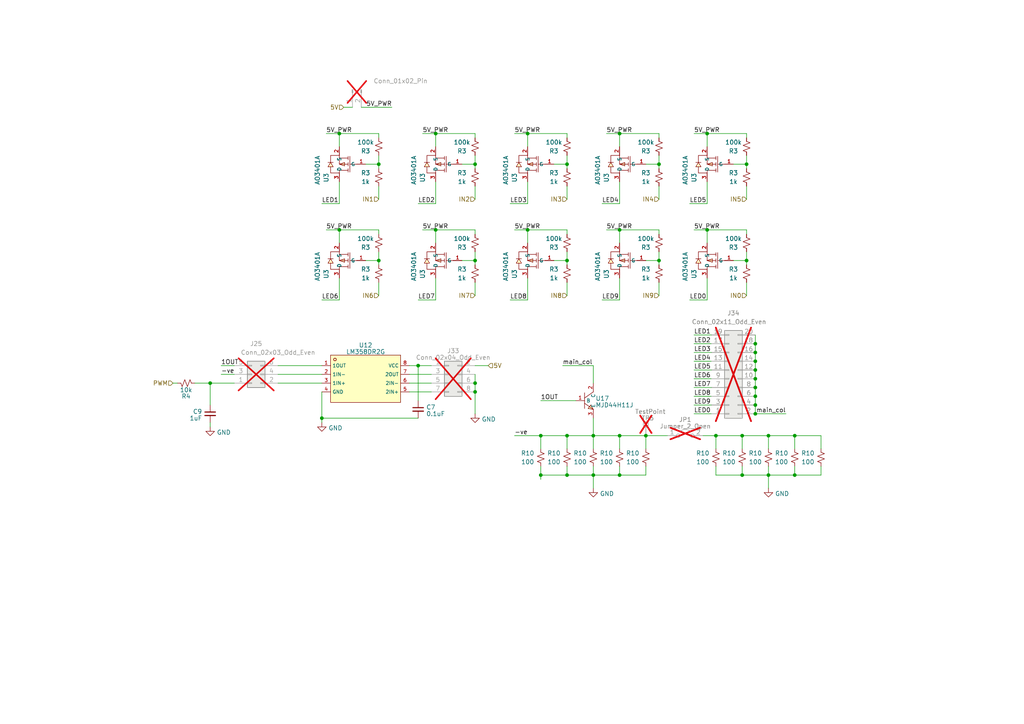
<source format=kicad_sch>
(kicad_sch (version 20230121) (generator eeschema)
  (paper "A4")
  (lib_symbols
    (symbol "Connector:Conn_01x02_Pin" (pin_names (offset 1.016) hide)
      (property "Reference" "J" (at 0 2.54 0))
      (property "Value" "Conn_01x02_Pin" (at 0 -5.08 0))
      (symbol "Conn_01x02_Pin_1_1"
        (polyline (pts (xy 1.27 -2.54) (xy 0.8636 -2.54)) (stroke (width 0.1524)))
        (polyline (pts (xy 1.27 0) (xy 0.8636 0)) (stroke (width 0.1524)))
        (rectangle (start 0.8636 -2.413) (end 0 -2.667) (stroke (width 0.1524)) (fill (type outline)))
        (rectangle (start 0.8636 0.127) (end 0 -0.127) (stroke (width 0.1524)) (fill (type outline)))
        (pin passive line (at 5.08 0 180) (length 3.81) (name "Pin_1") (number "1"))
        (pin passive line (at 5.08 -2.54 180) (length 3.81) (name "Pin_2") (number "2"))
      )
    )
    (symbol "Connector:TestPoint" (pin_numbers hide) (pin_names (offset 0.762) hide)
      (property "Reference" "TP" (at 0 6.858 0))
      (property "Value" "TestPoint" (at 0 5.08 0))
      (symbol "TestPoint_0_1"
        (circle (center 0 3.302) (radius 0.762))
      )
      (symbol "TestPoint_1_1"
        (pin passive line (at 0 0 90) (length 2.54) (name "1") (number "1"))
      )
    )
    (symbol "Connector_Generic:Conn_02x03_Odd_Even" (pin_names (offset 1.016) hide)
      (property "Reference" "J" (at 1.27 5.08 0))
      (property "Value" "Conn_02x03_Odd_Even" (at 1.27 -5.08 0))
      (symbol "Conn_02x03_Odd_Even_1_1"
        (rectangle (start -1.27 -2.413) (end 0 -2.667) (stroke (width 0.1524)))
        (rectangle (start -1.27 0.127) (end 0 -0.127) (stroke (width 0.1524)))
        (rectangle (start -1.27 2.667) (end 0 2.413) (stroke (width 0.1524)))
        (rectangle (start -1.27 3.81) (end 3.81 -3.81) (stroke (width 0.254)) (fill (type background)))
        (rectangle (start 3.81 -2.413) (end 2.54 -2.667) (stroke (width 0.1524)))
        (rectangle (start 3.81 0.127) (end 2.54 -0.127) (stroke (width 0.1524)))
        (rectangle (start 3.81 2.667) (end 2.54 2.413) (stroke (width 0.1524)))
        (pin passive line (at -5.08 2.54 0) (length 3.81) (name "Pin_1") (number "1"))
        (pin passive line (at 7.62 2.54 180) (length 3.81) (name "Pin_2") (number "2"))
        (pin passive line (at -5.08 0 0) (length 3.81) (name "Pin_3") (number "3"))
        (pin passive line (at 7.62 0 180) (length 3.81) (name "Pin_4") (number "4"))
        (pin passive line (at -5.08 -2.54 0) (length 3.81) (name "Pin_5") (number "5"))
        (pin passive line (at 7.62 -2.54 180) (length 3.81) (name "Pin_6") (number "6"))
      )
    )
    (symbol "Connector_Generic:Conn_02x04_Odd_Even" (pin_names (offset 1.016) hide)
      (property "Reference" "J" (at 1.27 5.08 0))
      (property "Value" "Conn_02x04_Odd_Even" (at 1.27 -7.62 0))
      (symbol "Conn_02x04_Odd_Even_1_1"
        (rectangle (start -1.27 -4.953) (end 0 -5.207) (stroke (width 0.1524)))
        (rectangle (start -1.27 -2.413) (end 0 -2.667) (stroke (width 0.1524)))
        (rectangle (start -1.27 0.127) (end 0 -0.127) (stroke (width 0.1524)))
        (rectangle (start -1.27 2.667) (end 0 2.413) (stroke (width 0.1524)))
        (rectangle (start -1.27 3.81) (end 3.81 -6.35) (stroke (width 0.254)) (fill (type background)))
        (rectangle (start 3.81 -4.953) (end 2.54 -5.207) (stroke (width 0.1524)))
        (rectangle (start 3.81 -2.413) (end 2.54 -2.667) (stroke (width 0.1524)))
        (rectangle (start 3.81 0.127) (end 2.54 -0.127) (stroke (width 0.1524)))
        (rectangle (start 3.81 2.667) (end 2.54 2.413) (stroke (width 0.1524)))
        (pin passive line (at -5.08 2.54 0) (length 3.81) (name "Pin_1") (number "1"))
        (pin passive line (at 7.62 2.54 180) (length 3.81) (name "Pin_2") (number "2"))
        (pin passive line (at -5.08 0 0) (length 3.81) (name "Pin_3") (number "3"))
        (pin passive line (at 7.62 0 180) (length 3.81) (name "Pin_4") (number "4"))
        (pin passive line (at -5.08 -2.54 0) (length 3.81) (name "Pin_5") (number "5"))
        (pin passive line (at 7.62 -2.54 180) (length 3.81) (name "Pin_6") (number "6"))
        (pin passive line (at -5.08 -5.08 0) (length 3.81) (name "Pin_7") (number "7"))
        (pin passive line (at 7.62 -5.08 180) (length 3.81) (name "Pin_8") (number "8"))
      )
    )
    (symbol "Connector_Generic:Conn_02x10_Odd_Even" (pin_names (offset 1.016) hide)
      (property "Reference" "J" (at 1.27 12.7 0))
      (property "Value" "Conn_02x10_Odd_Even" (at 1.27 -15.24 0))
      (symbol "Conn_02x10_Odd_Even_1_1"
        (rectangle (start -1.27 -12.573) (end 0 -12.827) (stroke (width 0.1524)))
        (rectangle (start -1.27 -10.033) (end 0 -10.287) (stroke (width 0.1524)))
        (rectangle (start -1.27 -7.493) (end 0 -7.747) (stroke (width 0.1524)))
        (rectangle (start -1.27 -4.953) (end 0 -5.207) (stroke (width 0.1524)))
        (rectangle (start -1.27 -2.413) (end 0 -2.667) (stroke (width 0.1524)))
        (rectangle (start -1.27 0.127) (end 0 -0.127) (stroke (width 0.1524)))
        (rectangle (start -1.27 2.667) (end 0 2.413) (stroke (width 0.1524)))
        (rectangle (start -1.27 5.207) (end 0 4.953) (stroke (width 0.1524)))
        (rectangle (start -1.27 7.747) (end 0 7.493) (stroke (width 0.1524)))
        (rectangle (start -1.27 10.287) (end 0 10.033) (stroke (width 0.1524)))
        (rectangle (start -1.27 11.43) (end 3.81 -13.97) (stroke (width 0.254)) (fill (type background)))
        (rectangle (start 3.81 -12.573) (end 2.54 -12.827) (stroke (width 0.1524)))
        (rectangle (start 3.81 -10.033) (end 2.54 -10.287) (stroke (width 0.1524)))
        (rectangle (start 3.81 -7.493) (end 2.54 -7.747) (stroke (width 0.1524)))
        (rectangle (start 3.81 -4.953) (end 2.54 -5.207) (stroke (width 0.1524)))
        (rectangle (start 3.81 -2.413) (end 2.54 -2.667) (stroke (width 0.1524)))
        (rectangle (start 3.81 0.127) (end 2.54 -0.127) (stroke (width 0.1524)))
        (rectangle (start 3.81 2.667) (end 2.54 2.413) (stroke (width 0.1524)))
        (rectangle (start 3.81 5.207) (end 2.54 4.953) (stroke (width 0.1524)))
        (rectangle (start 3.81 7.747) (end 2.54 7.493) (stroke (width 0.1524)))
        (rectangle (start 3.81 10.287) (end 2.54 10.033) (stroke (width 0.1524)))
        (pin passive line (at -5.08 10.16 0) (length 3.81) (name "Pin_1") (number "1"))
        (pin passive line (at 7.62 0 180) (length 3.81) (name "Pin_10") (number "10"))
        (pin passive line (at -5.08 -2.54 0) (length 3.81) (name "Pin_11") (number "11"))
        (pin passive line (at 7.62 -2.54 180) (length 3.81) (name "Pin_12") (number "12"))
        (pin passive line (at -5.08 -5.08 0) (length 3.81) (name "Pin_13") (number "13"))
        (pin passive line (at 7.62 -5.08 180) (length 3.81) (name "Pin_14") (number "14"))
        (pin passive line (at -5.08 -7.62 0) (length 3.81) (name "Pin_15") (number "15"))
        (pin passive line (at 7.62 -7.62 180) (length 3.81) (name "Pin_16") (number "16"))
        (pin passive line (at -5.08 -10.16 0) (length 3.81) (name "Pin_17") (number "17"))
        (pin passive line (at 7.62 -10.16 180) (length 3.81) (name "Pin_18") (number "18"))
        (pin passive line (at -5.08 -12.7 0) (length 3.81) (name "Pin_19") (number "19"))
        (pin passive line (at 7.62 10.16 180) (length 3.81) (name "Pin_2") (number "2"))
        (pin passive line (at 7.62 -12.7 180) (length 3.81) (name "Pin_20") (number "20"))
        (pin passive line (at -5.08 7.62 0) (length 3.81) (name "Pin_3") (number "3"))
        (pin passive line (at 7.62 7.62 180) (length 3.81) (name "Pin_4") (number "4"))
        (pin passive line (at -5.08 5.08 0) (length 3.81) (name "Pin_5") (number "5"))
        (pin passive line (at 7.62 5.08 180) (length 3.81) (name "Pin_6") (number "6"))
        (pin passive line (at -5.08 2.54 0) (length 3.81) (name "Pin_7") (number "7"))
        (pin passive line (at 7.62 2.54 180) (length 3.81) (name "Pin_8") (number "8"))
        (pin passive line (at -5.08 0 0) (length 3.81) (name "Pin_9") (number "9"))
      )
    )
    (symbol "Device:C_Small" (pin_numbers hide) (pin_names (offset 0.254) hide)
      (property "Reference" "C" (at 0.254 1.778 0))
      (property "Value" "C_Small" (at 0.254 -2.032 0))
      (symbol "C_Small_0_1"
        (polyline (pts (xy -1.524 -0.508) (xy 1.524 -0.508)) (stroke (width 0.3302)))
        (polyline (pts (xy -1.524 0.508) (xy 1.524 0.508)) (stroke (width 0.3048)))
      )
      (symbol "C_Small_1_1"
        (pin passive line (at 0 2.54 270) (length 2.032) (name "~") (number "1"))
        (pin passive line (at 0 -2.54 90) (length 2.032) (name "~") (number "2"))
      )
    )
    (symbol "Device:R_Small_US" (pin_numbers hide) (pin_names (offset 0.254) hide)
      (property "Reference" "R" (at 0.762 0.508 0))
      (property "Value" "R_Small_US" (at 0.762 -1.016 0))
      (symbol "R_Small_US_1_1"
        (polyline (pts (xy 0 0) (xy 1.016 -0.381) (xy 0 -0.762) (xy -1.016 -1.143) (xy 0 -1.524)))
        (polyline (pts (xy 0 1.524) (xy 1.016 1.143) (xy 0 0.762) (xy -1.016 0.381) (xy 0 0)))
        (pin passive line (at 0 2.54 270) (length 1.016) (name "~") (number "1"))
        (pin passive line (at 0 -2.54 90) (length 1.016) (name "~") (number "2"))
      )
    )
    (symbol "EEE4022S:AO3401A"
      (property "Reference" "U" (at 0 1.27 0))
      (property "Value" "AO3401A" (at 0 -2.54 0))
      (symbol "AO3401A_0_1"
        (polyline (pts (xy -2.54 0) (xy -0.508 0)))
        (polyline (pts (xy -0.508 2.286) (xy -0.508 -2.286)))
        (polyline (pts (xy 0 -2.286) (xy 0 -1.27)))
        (polyline (pts (xy 0 -0.508) (xy 0 0.508)))
        (polyline (pts (xy 0 1.27) (xy 0 2.286)))
        (polyline (pts (xy 2.54 -1.778) (xy 0 -1.778)))
        (polyline (pts (xy 2.54 1.778) (xy 0 1.778)))
        (polyline (pts (xy 0 0) (xy 2.54 0) (xy 2.54 -2.54)))
        (polyline (pts (xy 2.54 -2.54) (xy 5.08 -2.54) (xy 5.08 -0.508)))
        (polyline (pts (xy 2.54 0) (xy 1.016 0.508) (xy 1.016 -0.508) (xy 2.54 0)) (fill (type background)))
        (polyline (pts (xy 2.54 1.778) (xy 2.54 2.54) (xy 5.08 2.54) (xy 5.08 0.762)))
        (polyline (pts (xy 5.08 -0.508) (xy 5.842 0.762) (xy 4.318 0.762) (xy 5.08 -0.508)) (fill (type background)))
        (polyline (pts (xy 5.842 -0.508) (xy 5.588 -0.508) (xy 4.572 -0.508) (xy 4.318 -0.508)))
        (pin unspecified line (at -5.08 0 0) (length 2.54) (name "G") (number "1"))
        (pin unspecified line (at 2.54 -5.08 90) (length 2.54) (name "S") (number "2"))
        (pin unspecified line (at 2.54 5.08 270) (length 2.54) (name "D") (number "3"))
      )
    )
    (symbol "EEE4022S:LM358DR2G"
      (property "Reference" "U" (at 0 1.27 0))
      (property "Value" "LM358DR2G" (at 0 -2.54 0))
      (symbol "LM358DR2G_0_1"
        (rectangle (start -10.16 6.858) (end 10.16 -6.858) (fill (type background)))
        (circle (center -8.89 5.588) (radius 0.381) (fill (type background)))
        (circle (center -8.89 5.588) (radius 0.381) (fill (type background)))
        (pin unspecified line (at -12.7 3.81 0) (length 2.54) (name "1OUT") (number "1"))
        (pin unspecified line (at -12.7 1.27 0) (length 2.54) (name "1IN-") (number "2"))
        (pin unspecified line (at -12.7 -1.27 0) (length 2.54) (name "1IN+") (number "3"))
        (pin unspecified line (at -12.7 -3.81 0) (length 2.54) (name "GND") (number "4"))
        (pin unspecified line (at 12.7 -3.81 180) (length 2.54) (name "2IN+") (number "5"))
        (pin unspecified line (at 12.7 -1.27 180) (length 2.54) (name "2IN-") (number "6"))
        (pin unspecified line (at 12.7 1.27 180) (length 2.54) (name "2OUT") (number "7"))
        (pin unspecified line (at 12.7 3.81 180) (length 2.54) (name "VCC") (number "8"))
      )
    )
    (symbol "EEE4022S:MJD44H11J"
      (property "Reference" "U" (at 0 1.27 0))
      (property "Value" "MJD44H11J" (at 0 -2.54 0))
      (symbol "MJD44H11J_0_1"
        (polyline (pts (xy 0 -0.762) (xy 2.54 -2.54)))
        (polyline (pts (xy 0 2.286) (xy 0 -2.286)))
        (polyline (pts (xy 2.54 2.54) (xy 0 0.762)))
        (polyline (pts (xy 2.54 -2.54) (xy 1.778 -1.27) (xy 1.016 -2.286) (xy 2.54 -2.54)) (fill (type background)))
        (pin unspecified line (at -2.54 0 0) (length 2.54) (name "B") (number "1"))
        (pin unspecified line (at 2.54 5.08 270) (length 2.54) (name "C") (number "2"))
        (pin unspecified line (at 2.54 -5.08 90) (length 2.54) (name "E") (number "3"))
      )
    )
    (symbol "Jumper:Jumper_2_Open" (pin_names (offset 0) hide)
      (property "Reference" "JP" (at 0 2.794 0))
      (property "Value" "Jumper_2_Open" (at 0 -2.286 0))
      (symbol "Jumper_2_Open_0_0"
        (circle (center -2.032 0) (radius 0.508))
        (circle (center 2.032 0) (radius 0.508))
      )
      (symbol "Jumper_2_Open_0_1"
        (arc (start 1.524 1.27) (mid 0 1.778) (end -1.524 1.27))
      )
      (symbol "Jumper_2_Open_1_1"
        (pin passive line (at -5.08 0 0) (length 2.54) (name "A") (number "1"))
        (pin passive line (at 5.08 0 180) (length 2.54) (name "B") (number "2"))
      )
    )
    (symbol "power:GND" (power) (pin_names (offset 0))
      (property "Value" "GND" (at 0 -3.81 0))
      (symbol "GND_0_1"
        (polyline (pts (xy 0 0) (xy 0 -1.27) (xy 1.27 -1.27) (xy 0 -2.54) (xy -1.27 -1.27) (xy 0 -1.27)))
      )
      (symbol "GND_1_1"
        (pin power_in line (at 0 0 270) (length 0) hide (name "GND") (number "1"))
      )
    )
  )
  (junction (at 109.855 47.625))
  (junction (at 219.075 99.695))
  (junction (at 126.365 38.735))
  (junction (at 216.535 47.625))
  (junction (at 187.325 126.365))
  (junction (at 172.085 126.365))
  (junction (at 230.505 126.365))
  (junction (at 222.885 137.795))
  (junction (at 216.535 75.565))
  (junction (at 93.345 121.285))
  (junction (at 156.845 137.795))
  (junction (at 205.105 66.675))
  (junction (at 219.075 104.775))
  (junction (at 179.705 38.735))
  (junction (at 219.075 107.315))
  (junction (at 98.425 66.675))
  (junction (at 219.075 120.015))
  (junction (at 153.035 66.675))
  (junction (at 219.075 117.475))
  (junction (at 121.285 106.045))
  (junction (at 137.795 47.625))
  (junction (at 164.465 126.365))
  (junction (at 109.855 75.565))
  (junction (at 219.075 112.395))
  (junction (at 153.035 38.735))
  (junction (at 219.075 114.935))
  (junction (at 126.365 66.675))
  (junction (at 191.135 75.565))
  (junction (at 164.465 47.625))
  (junction (at 215.265 137.795))
  (junction (at 215.265 126.365))
  (junction (at 219.075 109.855))
  (junction (at 98.425 38.735))
  (junction (at 219.075 102.235))
  (junction (at 156.845 126.365))
  (junction (at 222.885 126.365))
  (junction (at 191.135 47.625))
  (junction (at 164.465 75.565))
  (junction (at 60.96 111.125))
  (junction (at 205.105 38.735))
  (junction (at 137.795 75.565))
  (junction (at 230.505 137.795))
  (junction (at 137.795 113.665))
  (junction (at 207.645 126.365))
  (junction (at 164.465 137.795))
  (junction (at 137.795 111.125))
  (junction (at 179.705 66.675))
  (junction (at 179.705 137.795))
  (junction (at 172.085 137.795))
  (junction (at 179.705 126.365))
  (wire (pts (xy 98.425 38.735) (xy 109.855 38.735)))
  (wire (pts (xy 126.365 66.675) (xy 126.365 70.485)))
  (wire (pts (xy 164.465 137.795) (xy 172.085 137.795)))
  (wire (pts (xy 191.135 81.915) (xy 191.135 85.725)))
  (wire (pts (xy 230.505 137.795) (xy 238.125 137.795)))
  (wire (pts (xy 93.345 113.665) (xy 93.345 121.285)))
  (wire (pts (xy 216.535 73.025) (xy 216.535 75.565)))
  (wire (pts (xy 93.345 59.055) (xy 98.425 59.055)))
  (wire (pts (xy 137.795 113.665) (xy 137.795 120.015)))
  (wire (pts (xy 187.325 126.365) (xy 193.675 126.365)))
  (wire (pts (xy 156.845 116.205) (xy 167.005 116.205)))
  (wire (pts (xy 147.955 59.055) (xy 153.035 59.055)))
  (wire (pts (xy 109.855 66.675) (xy 109.855 67.945)))
  (wire (pts (xy 205.105 66.675) (xy 216.535 66.675)))
  (wire (pts (xy 222.885 137.795) (xy 222.885 141.605)))
  (wire (pts (xy 216.535 53.975) (xy 216.535 57.785)))
  (wire (pts (xy 179.705 126.365) (xy 179.705 130.175)))
  (wire (pts (xy 153.035 38.735) (xy 153.035 42.545)))
  (wire (pts (xy 174.625 86.995) (xy 179.705 86.995)))
  (wire (pts (xy 109.855 48.895) (xy 109.855 47.625)))
  (wire (pts (xy 172.085 126.365) (xy 179.705 126.365)))
  (wire (pts (xy 137.795 111.125) (xy 137.795 113.665)))
  (wire (pts (xy 164.465 66.675) (xy 164.465 67.945)))
  (wire (pts (xy 99.695 31.115) (xy 102.235 31.115)))
  (wire (pts (xy 238.125 126.365) (xy 238.125 130.175)))
  (wire (pts (xy 121.285 106.045) (xy 118.745 106.045)))
  (wire (pts (xy 179.705 66.675) (xy 191.135 66.675)))
  (wire (pts (xy 201.295 102.235) (xy 206.375 102.235)))
  (wire (pts (xy 187.325 137.795) (xy 187.325 135.255)))
  (wire (pts (xy 164.465 48.895) (xy 164.465 47.625)))
  (wire (pts (xy 222.885 126.365) (xy 230.505 126.365)))
  (wire (pts (xy 106.045 75.565) (xy 109.855 75.565)))
  (wire (pts (xy 215.265 126.365) (xy 215.265 130.175)))
  (wire (pts (xy 156.845 137.795) (xy 164.465 137.795)))
  (wire (pts (xy 187.325 47.625) (xy 191.135 47.625)))
  (wire (pts (xy 164.465 73.025) (xy 164.465 75.565)))
  (wire (pts (xy 156.845 126.365) (xy 164.465 126.365)))
  (wire (pts (xy 201.295 107.315) (xy 206.375 107.315)))
  (wire (pts (xy 149.225 126.365) (xy 156.845 126.365)))
  (wire (pts (xy 93.345 122.555) (xy 93.345 121.285)))
  (wire (pts (xy 137.795 48.895) (xy 137.795 47.625)))
  (wire (pts (xy 179.705 126.365) (xy 187.325 126.365)))
  (wire (pts (xy 222.885 135.255) (xy 222.885 137.795)))
  (wire (pts (xy 126.365 59.055) (xy 126.365 52.705)))
  (wire (pts (xy 80.645 106.045) (xy 93.345 106.045)))
  (wire (pts (xy 98.425 66.675) (xy 109.855 66.675)))
  (wire (pts (xy 106.045 47.625) (xy 109.855 47.625)))
  (wire (pts (xy 201.295 66.675) (xy 205.105 66.675)))
  (wire (pts (xy 205.105 38.735) (xy 216.535 38.735)))
  (wire (pts (xy 191.135 73.025) (xy 191.135 75.565)))
  (wire (pts (xy 147.955 86.995) (xy 153.035 86.995)))
  (wire (pts (xy 175.895 38.735) (xy 179.705 38.735)))
  (wire (pts (xy 109.855 81.915) (xy 109.855 85.725)))
  (wire (pts (xy 205.105 66.675) (xy 205.105 70.485)))
  (wire (pts (xy 219.075 99.695) (xy 219.075 102.235)))
  (wire (pts (xy 64.135 108.585) (xy 67.945 108.585)))
  (wire (pts (xy 179.705 38.735) (xy 179.705 42.545)))
  (wire (pts (xy 118.745 113.665) (xy 125.095 113.665)))
  (wire (pts (xy 164.465 76.835) (xy 164.465 75.565)))
  (wire (pts (xy 122.555 38.735) (xy 126.365 38.735)))
  (wire (pts (xy 219.075 114.935) (xy 219.075 117.475)))
  (wire (pts (xy 80.645 108.585) (xy 93.345 108.585)))
  (wire (pts (xy 51.435 111.125) (xy 50.165 111.125)))
  (wire (pts (xy 118.745 111.125) (xy 125.095 111.125)))
  (wire (pts (xy 164.465 38.735) (xy 164.465 40.005)))
  (wire (pts (xy 200.025 59.055) (xy 205.105 59.055)))
  (wire (pts (xy 118.745 108.585) (xy 125.095 108.585)))
  (wire (pts (xy 133.985 47.625) (xy 137.795 47.625)))
  (wire (pts (xy 153.035 38.735) (xy 164.465 38.735)))
  (wire (pts (xy 216.535 38.735) (xy 216.535 40.005)))
  (wire (pts (xy 215.265 135.255) (xy 215.265 137.795)))
  (wire (pts (xy 60.96 111.125) (xy 67.945 111.125)))
  (wire (pts (xy 191.135 66.675) (xy 191.135 67.945)))
  (wire (pts (xy 216.535 66.675) (xy 216.535 67.945)))
  (wire (pts (xy 205.105 59.055) (xy 205.105 52.705)))
  (wire (pts (xy 137.795 38.735) (xy 137.795 40.005)))
  (wire (pts (xy 207.645 130.175) (xy 207.645 126.365)))
  (wire (pts (xy 205.105 38.735) (xy 205.105 42.545)))
  (wire (pts (xy 187.325 126.365) (xy 187.325 130.175)))
  (wire (pts (xy 156.845 135.255) (xy 156.845 137.795)))
  (wire (pts (xy 94.615 38.735) (xy 98.425 38.735)))
  (wire (pts (xy 219.075 109.855) (xy 219.075 112.395)))
  (wire (pts (xy 156.845 137.795) (xy 156.845 139.065)))
  (wire (pts (xy 219.075 97.155) (xy 219.075 99.695)))
  (wire (pts (xy 179.705 66.675) (xy 179.705 70.485)))
  (wire (pts (xy 222.885 137.795) (xy 230.505 137.795)))
  (wire (pts (xy 60.96 111.125) (xy 60.96 117.475)))
  (wire (pts (xy 160.655 47.625) (xy 164.465 47.625)))
  (wire (pts (xy 126.365 38.735) (xy 137.795 38.735)))
  (wire (pts (xy 164.465 126.365) (xy 164.465 130.175)))
  (wire (pts (xy 121.285 121.285) (xy 93.345 121.285)))
  (wire (pts (xy 216.535 48.895) (xy 216.535 47.625)))
  (wire (pts (xy 172.085 126.365) (xy 172.085 121.285)))
  (wire (pts (xy 219.075 104.775) (xy 219.075 107.315)))
  (wire (pts (xy 216.535 81.915) (xy 216.535 85.725)))
  (wire (pts (xy 125.095 106.045) (xy 121.285 106.045)))
  (wire (pts (xy 164.465 45.085) (xy 164.465 47.625)))
  (wire (pts (xy 64.135 106.045) (xy 67.945 106.045)))
  (wire (pts (xy 191.135 45.085) (xy 191.135 47.625)))
  (wire (pts (xy 215.265 137.795) (xy 222.885 137.795)))
  (wire (pts (xy 201.295 120.015) (xy 206.375 120.015)))
  (wire (pts (xy 201.295 112.395) (xy 206.375 112.395)))
  (wire (pts (xy 172.085 135.255) (xy 172.085 137.795)))
  (wire (pts (xy 201.295 117.475) (xy 206.375 117.475)))
  (wire (pts (xy 109.855 38.735) (xy 109.855 40.005)))
  (wire (pts (xy 126.365 66.675) (xy 137.795 66.675)))
  (wire (pts (xy 172.085 137.795) (xy 172.085 141.605)))
  (wire (pts (xy 201.295 109.855) (xy 206.375 109.855)))
  (wire (pts (xy 179.705 135.255) (xy 179.705 137.795)))
  (wire (pts (xy 98.425 86.995) (xy 98.425 80.645)))
  (wire (pts (xy 133.985 75.565) (xy 137.795 75.565)))
  (wire (pts (xy 207.645 137.795) (xy 215.265 137.795)))
  (wire (pts (xy 126.365 86.995) (xy 126.365 80.645)))
  (wire (pts (xy 98.425 38.735) (xy 98.425 42.545)))
  (wire (pts (xy 109.855 73.025) (xy 109.855 75.565)))
  (wire (pts (xy 149.225 66.675) (xy 153.035 66.675)))
  (wire (pts (xy 137.795 53.975) (xy 137.795 57.785)))
  (wire (pts (xy 137.795 81.915) (xy 137.795 85.725)))
  (wire (pts (xy 121.285 106.045) (xy 121.285 116.205)))
  (wire (pts (xy 137.795 76.835) (xy 137.795 75.565)))
  (wire (pts (xy 141.605 106.045) (xy 137.795 106.045)))
  (wire (pts (xy 230.505 126.365) (xy 238.125 126.365)))
  (wire (pts (xy 98.425 59.055) (xy 98.425 52.705)))
  (wire (pts (xy 153.035 59.055) (xy 153.035 52.705)))
  (wire (pts (xy 191.135 76.835) (xy 191.135 75.565)))
  (wire (pts (xy 109.855 53.975) (xy 109.855 57.785)))
  (wire (pts (xy 137.795 73.025) (xy 137.795 75.565)))
  (wire (pts (xy 109.855 76.835) (xy 109.855 75.565)))
  (wire (pts (xy 175.895 66.675) (xy 179.705 66.675)))
  (wire (pts (xy 153.035 66.675) (xy 164.465 66.675)))
  (wire (pts (xy 156.845 130.175) (xy 156.845 126.365)))
  (wire (pts (xy 104.775 31.115) (xy 113.665 31.115)))
  (wire (pts (xy 227.965 120.015) (xy 219.075 120.015)))
  (wire (pts (xy 201.295 97.155) (xy 206.375 97.155)))
  (wire (pts (xy 201.295 99.695) (xy 206.375 99.695)))
  (wire (pts (xy 122.555 66.675) (xy 126.365 66.675)))
  (wire (pts (xy 216.535 76.835) (xy 216.535 75.565)))
  (wire (pts (xy 219.075 102.235) (xy 219.075 104.775)))
  (wire (pts (xy 191.135 48.895) (xy 191.135 47.625)))
  (wire (pts (xy 179.705 137.795) (xy 187.325 137.795)))
  (wire (pts (xy 215.265 126.365) (xy 222.885 126.365)))
  (wire (pts (xy 207.645 126.365) (xy 215.265 126.365)))
  (wire (pts (xy 174.625 59.055) (xy 179.705 59.055)))
  (wire (pts (xy 222.885 126.365) (xy 222.885 130.175)))
  (wire (pts (xy 93.345 86.995) (xy 98.425 86.995)))
  (wire (pts (xy 137.795 108.585) (xy 137.795 111.125)))
  (wire (pts (xy 230.505 126.365) (xy 230.505 130.175)))
  (wire (pts (xy 200.025 86.995) (xy 205.105 86.995)))
  (wire (pts (xy 94.615 66.675) (xy 98.425 66.675)))
  (wire (pts (xy 203.835 126.365) (xy 207.645 126.365)))
  (wire (pts (xy 207.645 135.255) (xy 207.645 137.795)))
  (wire (pts (xy 179.705 86.995) (xy 179.705 80.645)))
  (wire (pts (xy 126.365 38.735) (xy 126.365 42.545)))
  (wire (pts (xy 219.075 112.395) (xy 219.075 114.935)))
  (wire (pts (xy 164.465 126.365) (xy 172.085 126.365)))
  (wire (pts (xy 191.135 53.975) (xy 191.135 57.785)))
  (wire (pts (xy 201.295 104.775) (xy 206.375 104.775)))
  (wire (pts (xy 212.725 47.625) (xy 216.535 47.625)))
  (wire (pts (xy 219.075 107.315) (xy 219.075 109.855)))
  (wire (pts (xy 216.535 45.085) (xy 216.535 47.625)))
  (wire (pts (xy 172.085 137.795) (xy 179.705 137.795)))
  (wire (pts (xy 56.515 111.125) (xy 60.96 111.125)))
  (wire (pts (xy 172.085 126.365) (xy 172.085 130.175)))
  (wire (pts (xy 163.195 106.045) (xy 172.085 106.045)))
  (wire (pts (xy 238.125 137.795) (xy 238.125 135.255)))
  (wire (pts (xy 60.96 122.555) (xy 60.96 123.825)))
  (wire (pts (xy 205.105 86.995) (xy 205.105 80.645)))
  (wire (pts (xy 230.505 135.255) (xy 230.505 137.795)))
  (wire (pts (xy 164.465 81.915) (xy 164.465 85.725)))
  (wire (pts (xy 153.035 66.675) (xy 153.035 70.485)))
  (wire (pts (xy 187.325 75.565) (xy 191.135 75.565)))
  (wire (pts (xy 121.285 59.055) (xy 126.365 59.055)))
  (wire (pts (xy 80.645 111.125) (xy 93.345 111.125)))
  (wire (pts (xy 149.225 38.735) (xy 153.035 38.735)))
  (wire (pts (xy 179.705 59.055) (xy 179.705 52.705)))
  (wire (pts (xy 153.035 86.995) (xy 153.035 80.645)))
  (wire (pts (xy 137.795 45.085) (xy 137.795 47.625)))
  (wire (pts (xy 212.725 75.565) (xy 216.535 75.565)))
  (wire (pts (xy 201.295 38.735) (xy 205.105 38.735)))
  (wire (pts (xy 137.795 66.675) (xy 137.795 67.945)))
  (wire (pts (xy 121.285 86.995) (xy 126.365 86.995)))
  (wire (pts (xy 160.655 75.565) (xy 164.465 75.565)))
  (wire (pts (xy 172.085 106.045) (xy 172.085 111.125)))
  (wire (pts (xy 191.135 38.735) (xy 191.135 40.005)))
  (wire (pts (xy 201.295 114.935) (xy 206.375 114.935)))
  (wire (pts (xy 109.855 45.085) (xy 109.855 47.625)))
  (wire (pts (xy 219.075 117.475) (xy 219.075 120.015)))
  (wire (pts (xy 164.465 135.255) (xy 164.465 137.795)))
  (wire (pts (xy 98.425 66.675) (xy 98.425 70.485)))
  (wire (pts (xy 164.465 53.975) (xy 164.465 57.785)))
  (wire (pts (xy 179.705 38.735) (xy 191.135 38.735)))
  (label "5V_PWR" (at 201.295 38.735 0))
  (label "5V_PWR" (at 201.295 66.675 0))
  (label "-ve" (at 149.225 126.365 0))
  (label "main_col" (at 227.965 120.015 180))
  (label "LED7" (at 201.295 112.395 0))
  (label "LED8" (at 201.295 114.935 0))
  (label "LED1" (at 201.295 97.155 0))
  (label "main_col" (at 163.195 106.045 0))
  (label "5V_PWR" (at 94.615 38.735 0))
  (label "LED5" (at 200.025 59.055 0))
  (label "1OUT" (at 156.845 116.205 0))
  (label "LED1" (at 93.345 59.055 0))
  (label "LED4" (at 174.625 59.055 0))
  (label "LED9" (at 201.295 117.475 0))
  (label "5V_PWR" (at 175.895 38.735 0))
  (label "5V_PWR" (at 122.555 38.735 0))
  (label "LED8" (at 147.955 86.995 0))
  (label "-ve" (at 64.135 108.585 0))
  (label "5V_PWR" (at 175.895 66.675 0))
  (label "LED6" (at 93.345 86.995 0))
  (label "5V_PWR" (at 94.615 66.675 0))
  (label "LED0" (at 200.025 86.995 0))
  (label "LED4" (at 201.295 104.775 0))
  (label "5V_PWR" (at 149.225 66.675 0))
  (label "LED7" (at 121.285 86.995 0))
  (label "LED3" (at 147.955 59.055 0))
  (label "LED6" (at 201.295 109.855 0))
  (label "LED2" (at 201.295 99.695 0))
  (label "LED9" (at 174.625 86.995 0))
  (label "LED2" (at 121.285 59.055 0))
  (label "LED0" (at 201.295 120.015 0))
  (label "5V_PWR" (at 149.225 38.735 0))
  (label "LED5" (at 201.295 107.315 0))
  (label "5V_PWR" (at 122.555 66.675 0))
  (label "5V_PWR" (at 113.665 31.115 180))
  (label "LED3" (at 201.295 102.235 0))
  (label "1OUT" (at 64.135 106.045 0))
  (hierarchical_label "IN6" (shape input) (at 109.855 85.725 180))
  (hierarchical_label "IN2" (shape input) (at 137.795 57.785 180))
  (hierarchical_label "IN8" (shape input) (at 164.465 85.725 180))
  (hierarchical_label "IN3" (shape input) (at 164.465 57.785 180))
  (hierarchical_label "PWM" (shape input) (at 50.165 111.125 180))
  (hierarchical_label "IN1" (shape input) (at 109.855 57.785 180))
  (hierarchical_label "IN4" (shape input) (at 191.135 57.785 180))
  (hierarchical_label "IN0" (shape input) (at 216.535 85.725 180))
  (hierarchical_label "IN9" (shape input) (at 191.135 85.725 180))
  (hierarchical_label "5V" (shape input) (at 99.695 31.115 180))
  (hierarchical_label "5V" (shape input) (at 141.605 106.045 0))
  (hierarchical_label "IN5" (shape input) (at 216.535 57.785 180))
  (hierarchical_label "IN7" (shape input) (at 137.795 85.725 180))
  (symbol (lib_id "Device:R_Small_US") (at 179.705 132.715 0) (unit 1)
    (property "Reference" "R10" (at 175.895 131.445 0))
    (property "Value" "100" (at 175.895 133.985 0))
    (property "Footprint" "Resistor_SMD:R_1206_3216Metric" (effects hide))
    (property "LCSC" "C17901" (effects hide))
    (instances (project "Retro Display Module" (path "" (reference "R10") (unit 1)) (path "" (reference "R35") (unit 1))) (project "Panelised_PD+Display" (path "" (reference "R38") (unit 1))))
  )
  (symbol (lib_id "Device:R_Small_US") (at 164.465 70.485 0) (unit 1)
    (property "Reference" "R3" (at 160.655 71.755 0))
    (property "Value" "100k" (at 160.655 69.215 0))
    (property "Footprint" "Library:R_0402_1005Metric_Pad0.72x0.64mm_HandSolder" (effects hide))
    (property "LCSC" "C25741" (effects hide))
    (instances (project "Retro Display Module" (path "" (reference "R3") (unit 1)) (path "" (reference "R31") (unit 1))) (project "Panelised_PD+Display" (path "" (reference "R34") (unit 1))))
  )
  (symbol (lib_id "Device:R_Small_US") (at 222.885 132.715 0) (unit 1)
    (property "Reference" "R10" (at 219.075 131.445 0))
    (property "Value" "100" (at 219.075 133.985 0))
    (property "Footprint" "Resistor_SMD:R_1206_3216Metric" (effects hide))
    (property "LCSC" "C17901" (effects hide))
    (instances (project "Retro Display Module" (path "" (reference "R10") (unit 1)) (path "" (reference "R47") (unit 1))) (project "Panelised_PD+Display" (path "" (reference "R50") (unit 1))))
  )
  (symbol (lib_id "Device:R_Small_US") (at 164.465 42.545 0) (unit 1)
    (property "Reference" "R3" (at 160.655 43.815 0))
    (property "Value" "100k" (at 160.655 41.275 0))
    (property "Footprint" "Library:R_0402_1005Metric_Pad0.72x0.64mm_HandSolder" (effects hide))
    (property "LCSC" "C25741" (effects hide))
    (instances (project "Retro Display Module" (path "" (reference "R3") (unit 1)) (path "" (reference "R29") (unit 1))) (project "Panelised_PD+Display" (path "" (reference "R32") (unit 1))))
  )
  (symbol (lib_id "Device:R_Small_US") (at 164.465 51.435 0) (unit 1)
    (property "Reference" "R3" (at 160.655 50.165 0))
    (property "Value" "1k" (at 160.655 52.705 0))
    (property "Footprint" "Library:R_0402_1005Metric_Pad0.72x0.64mm_HandSolder" (effects hide))
    (property "LCSC" "C11702" (effects hide))
    (instances (project "Retro Display Module" (path "" (reference "R3") (unit 1)) (path "" (reference "R30") (unit 1))) (project "Panelised_PD+Display" (path "" (reference "R33") (unit 1))))
  )
  (symbol (lib_id "Device:R_Small_US") (at 216.535 70.485 0) (unit 1)
    (property "Reference" "R3" (at 212.725 71.755 0))
    (property "Value" "100k" (at 212.725 69.215 0))
    (property "Footprint" "Library:R_0402_1005Metric_Pad0.72x0.64mm_HandSolder" (effects hide))
    (property "LCSC" "C25741" (effects hide))
    (instances (project "Retro Display Module" (path "" (reference "R3") (unit 1)) (path "" (reference "R45") (unit 1))) (project "Panelised_PD+Display" (path "" (reference "R48") (unit 1))))
  )
  (symbol (lib_id "Device:R_Small_US") (at 230.505 132.715 0) (unit 1)
    (property "Reference" "R10" (at 226.695 131.445 0))
    (property "Value" "100" (at 226.695 133.985 0))
    (property "Footprint" "Resistor_SMD:R_1206_3216Metric" (effects hide))
    (property "LCSC" "C17901" (effects hide))
    (instances (project "Retro Display Module" (path "" (reference "R10") (unit 1)) (path "" (reference "R48") (unit 1))) (project "Panelised_PD+Display" (path "" (reference "R51") (unit 1))))
  )
  (symbol (lib_id "EEE4022S:AO3401A") (at 182.245 47.625 180) (unit 1)
    (property "Reference" "U3" (at 175.895 50.165 90) (effects (justify left)))
    (property "Value" "AO3401A" (at 173.355 45.085 90) (effects (justify left)))
    (property "Footprint" "Library:SOT-23_L2.9-W1.3-P1.90-LS2.4-BR" (effects hide))
    (property "Datasheet" "https://wmsc.lcsc.com/wmsc/upload/file/pdf/v2/lcsc/1810171817_Alpha---Omega-Semicon-AO3401A_C15127.pdf" (effects hide))
    (property "LCSC" "C15127" (effects hide))
    (instances (project "Retro Display Module" (path "" (reference "U3") (unit 1)) (path "" (reference "U18") (unit 1))) (project "Panelised_PD+Display" (path "" (reference "U20") (unit 1))))
  )
  (symbol (lib_id "Device:C_Small") (at 121.285 118.745 0) (unit 1)
    (property "Reference" "C7" (at 123.6091 118.1076 0) (effects (justify left)))
    (property "Value" "0.1uF" (at 123.6091 120.0286 0) (effects (justify left)))
    (property "Footprint" "Library:C_0402_1005Metric" (effects hide))
    (property "Datasheet" "https://wmsc.lcsc.com/wmsc/upload/file/pdf/v2/lcsc/2304140030_Samsung-Electro-Mechanics-CL05B104KO5NNNC_C1525.pdf" (effects hide))
    (property "LCSC" "C1525" (effects hide))
    (instances (project "Retro Display Module" (path "" (reference "C7") (unit 1)) (path "" (reference "C14") (unit 1))) (project "Panelised_PD+Display" (path "" (reference "C14") (unit 1))))
  )
  (symbol (lib_id "EEE4022S:AO3401A") (at 182.245 75.565 180) (unit 1)
    (property "Reference" "U3" (at 175.895 78.105 90) (effects (justify left)))
    (property "Value" "AO3401A" (at 173.355 73.025 90) (effects (justify left)))
    (property "Footprint" "Library:SOT-23_L2.9-W1.3-P1.90-LS2.4-BR" (effects hide))
    (property "Datasheet" "https://wmsc.lcsc.com/wmsc/upload/file/pdf/v2/lcsc/1810171817_Alpha---Omega-Semicon-AO3401A_C15127.pdf" (effects hide))
    (property "LCSC" "C15127" (effects hide))
    (instances (project "Retro Display Module" (path "" (reference "U3") (unit 1)) (path "" (reference "U19") (unit 1))) (project "Panelised_PD+Display" (path "" (reference "U21") (unit 1))))
  )
  (symbol (lib_id "Device:R_Small_US") (at 191.135 70.485 0) (unit 1)
    (property "Reference" "R3" (at 187.325 71.755 0))
    (property "Value" "100k" (at 187.325 69.215 0))
    (property "Footprint" "Library:R_0402_1005Metric_Pad0.72x0.64mm_HandSolder" (effects hide))
    (property "LCSC" "C25741" (effects hide))
    (instances (project "Retro Display Module" (path "" (reference "R3") (unit 1)) (path "" (reference "R39") (unit 1))) (project "Panelised_PD+Display" (path "" (reference "R42") (unit 1))))
  )
  (symbol (lib_id "Device:R_Small_US") (at 191.135 51.435 0) (unit 1)
    (property "Reference" "R3" (at 187.325 50.165 0))
    (property "Value" "1k" (at 187.325 52.705 0))
    (property "Footprint" "Library:R_0402_1005Metric_Pad0.72x0.64mm_HandSolder" (effects hide))
    (property "LCSC" "C11702" (effects hide))
    (instances (project "Retro Display Module" (path "" (reference "R3") (unit 1)) (path "" (reference "R38") (unit 1))) (project "Panelised_PD+Display" (path "" (reference "R41") (unit 1))))
  )
  (symbol (lib_id "power:GND") (at 93.345 122.555 0) (unit 1)
    (property "Reference" "#PWR07" (effects hide))
    (property "Value" "GND" (at 95.25 124.1418 0) (effects (justify left)))
    (instances (project "Retro Display Module" (path "" (reference "#PWR07") (unit 1)) (path "" (reference "#PWR023") (unit 1))) (project "Panelised_PD+Display" (path "" (reference "#PWR030") (unit 1))))
  )
  (symbol (lib_id "Connector_Generic:Conn_02x10_Odd_Even") (at 211.455 109.855 0) (mirror x) (unit 1) (in_bom no) (dnp yes)
    (property "Reference" "J34" (at 212.725 90.805 0))
    (property "Value" "Conn_02x11_Odd_Even" (at 211.455 93.345 0))
    (property "Footprint" "Connector_PinHeader_2.54mm:PinHeader_2x10_P2.54mm_Vertical" (effects hide))
    (instances (project "Retro Display Module" (path "" (reference "J34") (unit 1))) (project "Panelised_PD+Display" (path "" (reference "J44") (unit 1))))
  )
  (symbol (lib_id "Device:R_Small_US") (at 172.085 132.715 0) (unit 1)
    (property "Reference" "R10" (at 168.275 131.445 0))
    (property "Value" "100" (at 168.275 133.985 0))
    (property "Footprint" "Resistor_SMD:R_1206_3216Metric" (effects hide))
    (property "LCSC" "C17901" (effects hide))
    (instances (project "Retro Display Module" (path "" (reference "R10") (unit 1)) (path "" (reference "R34") (unit 1))) (project "Panelised_PD+Display" (path "" (reference "R37") (unit 1))))
  )
  (symbol (lib_id "Device:R_Small_US") (at 216.535 42.545 0) (unit 1)
    (property "Reference" "R3" (at 212.725 43.815 0))
    (property "Value" "100k" (at 212.725 41.275 0))
    (property "Footprint" "Library:R_0402_1005Metric_Pad0.72x0.64mm_HandSolder" (effects hide))
    (property "LCSC" "C25741" (effects hide))
    (instances (project "Retro Display Module" (path "" (reference "R3") (unit 1)) (path "" (reference "R43") (unit 1))) (project "Panelised_PD+Display" (path "" (reference "R46") (unit 1))))
  )
  (symbol (lib_id "EEE4022S:AO3401A") (at 128.905 75.565 180) (unit 1)
    (property "Reference" "U3" (at 122.555 78.105 90) (effects (justify left)))
    (property "Value" "AO3401A" (at 120.015 73.025 90) (effects (justify left)))
    (property "Footprint" "Library:SOT-23_L2.9-W1.3-P1.90-LS2.4-BR" (effects hide))
    (property "Datasheet" "https://wmsc.lcsc.com/wmsc/upload/file/pdf/v2/lcsc/1810171817_Alpha---Omega-Semicon-AO3401A_C15127.pdf" (effects hide))
    (property "LCSC" "C15127" (effects hide))
    (instances (project "Retro Display Module" (path "" (reference "U3") (unit 1)) (path "" (reference "U14") (unit 1))) (project "Panelised_PD+Display" (path "" (reference "U16") (unit 1))))
  )
  (symbol (lib_id "power:GND") (at 222.885 141.605 0) (unit 1)
    (property "Reference" "#PWR07" (effects hide))
    (property "Value" "GND" (at 224.79 143.1918 0) (effects (justify left)))
    (instances (project "Retro Display Module" (path "" (reference "#PWR07") (unit 1)) (path "" (reference "#PWR026") (unit 1))) (project "Panelised_PD+Display" (path "" (reference "#PWR033") (unit 1))))
  )
  (symbol (lib_id "Device:R_Small_US") (at 137.795 51.435 0) (unit 1)
    (property "Reference" "R3" (at 133.985 50.165 0))
    (property "Value" "1k" (at 133.985 52.705 0))
    (property "Footprint" "Library:R_0402_1005Metric_Pad0.72x0.64mm_HandSolder" (effects hide))
    (property "LCSC" "C11702" (effects hide))
    (instances (project "Retro Display Module" (path "" (reference "R3") (unit 1)) (path "" (reference "R25") (unit 1))) (project "Panelised_PD+Display" (path "" (reference "R28") (unit 1))))
  )
  (symbol (lib_id "Connector_Generic:Conn_02x03_Odd_Even") (at 73.025 108.585 0) (mirror x) (unit 1) (in_bom no) (dnp yes)
    (property "Reference" "J25" (at 74.295 99.695 0))
    (property "Value" "Conn_02x03_Odd_Even" (at 80.645 102.235 0))
    (property "Footprint" "Connector_PinHeader_2.54mm:PinHeader_2x03_P2.54mm_Vertical" (effects hide))
    (instances (project "Retro Display Module" (path "" (reference "J25") (unit 1)) (path "" (reference "J31") (unit 1))) (project "Panelised_PD+Display" (path "" (reference "J41") (unit 1))))
  )
  (symbol (lib_id "power:GND") (at 60.96 123.825 0) (unit 1)
    (property "Reference" "#PWR07" (effects hide))
    (property "Value" "GND" (at 62.865 125.4118 0) (effects (justify left)))
    (instances (project "Retro Display Module" (path "" (reference "#PWR07") (unit 1)) (path "" (reference "#PWR022") (unit 1))) (project "Panelised_PD+Display" (path "" (reference "#PWR029") (unit 1))))
  )
  (symbol (lib_id "Device:R_Small_US") (at 215.265 132.715 0) (unit 1)
    (property "Reference" "R10" (at 211.455 131.445 0))
    (property "Value" "100" (at 211.455 133.985 0))
    (property "Footprint" "Resistor_SMD:R_1206_3216Metric" (effects hide))
    (property "LCSC" "C17901" (effects hide))
    (instances (project "Retro Display Module" (path "" (reference "R10") (unit 1)) (path "" (reference "R42") (unit 1))) (project "Panelised_PD+Display" (path "" (reference "R45") (unit 1))))
  )
  (symbol (lib_id "Device:R_Small_US") (at 137.795 42.545 0) (unit 1)
    (property "Reference" "R3" (at 133.985 43.815 0))
    (property "Value" "100k" (at 133.985 41.275 0))
    (property "Footprint" "Library:R_0402_1005Metric_Pad0.72x0.64mm_HandSolder" (effects hide))
    (property "LCSC" "C25741" (effects hide))
    (instances (project "Retro Display Module" (path "" (reference "R3") (unit 1)) (path "" (reference "R24") (unit 1))) (project "Panelised_PD+Display" (path "" (reference "R27") (unit 1))))
  )
  (symbol (lib_id "Device:R_Small_US") (at 137.795 79.375 0) (unit 1)
    (property "Reference" "R3" (at 133.985 78.105 0))
    (property "Value" "1k" (at 133.985 80.645 0))
    (property "Footprint" "Library:R_0402_1005Metric_Pad0.72x0.64mm_HandSolder" (effects hide))
    (property "LCSC" "C11702" (effects hide))
    (instances (project "Retro Display Module" (path "" (reference "R3") (unit 1)) (path "" (reference "R27") (unit 1))) (project "Panelised_PD+Display" (path "" (reference "R30") (unit 1))))
  )
  (symbol (lib_id "Device:R_Small_US") (at 164.465 132.715 0) (unit 1)
    (property "Reference" "R10" (at 160.655 131.445 0))
    (property "Value" "100" (at 160.655 133.985 0))
    (property "Footprint" "Resistor_SMD:R_1206_3216Metric" (effects hide))
    (property "LCSC" "C17901" (effects hide))
    (instances (project "Retro Display Module" (path "" (reference "R10") (unit 1)) (path "" (reference "R33") (unit 1))) (project "Panelised_PD+Display" (path "" (reference "R36") (unit 1))))
  )
  (symbol (lib_id "EEE4022S:AO3401A") (at 207.645 75.565 180) (unit 1)
    (property "Reference" "U3" (at 201.295 78.105 90) (effects (justify left)))
    (property "Value" "AO3401A" (at 198.755 73.025 90) (effects (justify left)))
    (property "Footprint" "Library:SOT-23_L2.9-W1.3-P1.90-LS2.4-BR" (effects hide))
    (property "Datasheet" "https://wmsc.lcsc.com/wmsc/upload/file/pdf/v2/lcsc/1810171817_Alpha---Omega-Semicon-AO3401A_C15127.pdf" (effects hide))
    (property "LCSC" "C15127" (effects hide))
    (instances (project "Retro Display Module" (path "" (reference "U3") (unit 1)) (path "" (reference "U21") (unit 1))) (project "Panelised_PD+Display" (path "" (reference "U23") (unit 1))))
  )
  (symbol (lib_id "Connector_Generic:Conn_02x04_Odd_Even") (at 130.175 108.585 0) (unit 1) (in_bom no) (dnp yes)
    (property "Reference" "J33" (at 131.445 101.7651 0))
    (property "Value" "Conn_02x04_Odd_Even" (at 131.445 103.6861 0))
    (property "Footprint" "Connector_PinHeader_2.54mm:PinHeader_2x04_P2.54mm_Vertical" (effects hide))
    (instances (project "Retro Display Module" (path "" (reference "J33") (unit 1))) (project "Panelised_PD+Display" (path "" (reference "J43") (unit 1))))
  )
  (symbol (lib_id "Device:R_Small_US") (at 216.535 51.435 0) (unit 1)
    (property "Reference" "R3" (at 212.725 50.165 0))
    (property "Value" "1k" (at 212.725 52.705 0))
    (property "Footprint" "Library:R_0402_1005Metric_Pad0.72x0.64mm_HandSolder" (effects hide))
    (property "LCSC" "C11702" (effects hide))
    (instances (project "Retro Display Module" (path "" (reference "R3") (unit 1)) (path "" (reference "R44") (unit 1))) (project "Panelised_PD+Display" (path "" (reference "R47") (unit 1))))
  )
  (symbol (lib_id "Device:R_Small_US") (at 187.325 132.715 0) (unit 1)
    (property "Reference" "R10" (at 183.515 131.445 0))
    (property "Value" "100" (at 183.515 133.985 0))
    (property "Footprint" "Resistor_SMD:R_1206_3216Metric" (effects hide))
    (property "LCSC" "C17901" (effects hide))
    (instances (project "Retro Display Module" (path "" (reference "R10") (unit 1)) (path "" (reference "R36") (unit 1))) (project "Panelised_PD+Display" (path "" (reference "R39") (unit 1))))
  )
  (symbol (lib_id "Device:R_Small_US") (at 109.855 51.435 0) (unit 1)
    (property "Reference" "R3" (at 106.045 50.165 0))
    (property "Value" "1k" (at 106.045 52.705 0))
    (property "Footprint" "Library:R_0402_1005Metric_Pad0.72x0.64mm_HandSolder" (effects hide))
    (property "LCSC" "C11702" (effects hide))
    (instances (project "Retro Display Module" (path "" (reference "R3") (unit 1)) (path "" (reference "R21") (unit 1))) (project "Panelised_PD+Display" (path "" (reference "R24") (unit 1))))
  )
  (symbol (lib_id "Device:R_Small_US") (at 207.645 132.715 0) (unit 1)
    (property "Reference" "R10" (at 203.835 131.445 0))
    (property "Value" "100" (at 203.835 133.985 0))
    (property "Footprint" "Resistor_SMD:R_1206_3216Metric" (effects hide))
    (property "LCSC" "C17901" (effects hide))
    (instances (project "Retro Display Module" (path "" (reference "R10") (unit 1)) (path "" (reference "R41") (unit 1))) (project "Panelised_PD+Display" (path "" (reference "R44") (unit 1))))
  )
  (symbol (lib_id "EEE4022S:AO3401A") (at 155.575 47.625 180) (unit 1)
    (property "Reference" "U3" (at 149.225 50.165 90) (effects (justify left)))
    (property "Value" "AO3401A" (at 146.685 45.085 90) (effects (justify left)))
    (property "Footprint" "Library:SOT-23_L2.9-W1.3-P1.90-LS2.4-BR" (effects hide))
    (property "Datasheet" "https://wmsc.lcsc.com/wmsc/upload/file/pdf/v2/lcsc/1810171817_Alpha---Omega-Semicon-AO3401A_C15127.pdf" (effects hide))
    (property "LCSC" "C15127" (effects hide))
    (instances (project "Retro Display Module" (path "" (reference "U3") (unit 1)) (path "" (reference "U15") (unit 1))) (project "Panelised_PD+Display" (path "" (reference "U17") (unit 1))))
  )
  (symbol (lib_id "Connector:TestPoint") (at 187.325 126.365 0) (unit 1) (in_bom no) (dnp yes)
    (property "Reference" "TP5" (at 186.055 121.285 0) (effects (justify left)))
    (property "Value" "TestPoint" (at 184.15 119.38 0) (effects (justify left)))
    (property "Footprint" "Library:TestPoint_THTPad_2.0x2.0mm_Drill1.0mm" (effects hide))
    (instances (project "Retro Display Module" (path "" (reference "TP5") (unit 1)) (path "" (reference "TP2") (unit 1)) (path "" (reference "TP7") (unit 1))) (project "USB PD" (path "" (reference "TP3") (unit 1))) (project "Panelised_PD+Display" (path "" (reference "TP8") (unit 1))))
  )
  (symbol (lib_id "EEE4022S:AO3401A") (at 207.645 47.625 180) (unit 1)
    (property "Reference" "U3" (at 201.295 50.165 90) (effects (justify left)))
    (property "Value" "AO3401A" (at 198.755 45.085 90) (effects (justify left)))
    (property "Footprint" "Library:SOT-23_L2.9-W1.3-P1.90-LS2.4-BR" (effects hide))
    (property "Datasheet" "https://wmsc.lcsc.com/wmsc/upload/file/pdf/v2/lcsc/1810171817_Alpha---Omega-Semicon-AO3401A_C15127.pdf" (effects hide))
    (property "LCSC" "C15127" (effects hide))
    (instances (project "Retro Display Module" (path "" (reference "U3") (unit 1)) (path "" (reference "U20") (unit 1))) (project "Panelised_PD+Display" (path "" (reference "U22") (unit 1))))
  )
  (symbol (lib_id "EEE4022S:AO3401A") (at 155.575 75.565 180) (unit 1)
    (property "Reference" "U3" (at 149.225 78.105 90) (effects (justify left)))
    (property "Value" "AO3401A" (at 146.685 73.025 90) (effects (justify left)))
    (property "Footprint" "Library:SOT-23_L2.9-W1.3-P1.90-LS2.4-BR" (effects hide))
    (property "Datasheet" "https://wmsc.lcsc.com/wmsc/upload/file/pdf/v2/lcsc/1810171817_Alpha---Omega-Semicon-AO3401A_C15127.pdf" (effects hide))
    (property "LCSC" "C15127" (effects hide))
    (instances (project "Retro Display Module" (path "" (reference "U3") (unit 1)) (path "" (reference "U16") (unit 1))) (project "Panelised_PD+Display" (path "" (reference "U18") (unit 1))))
  )
  (symbol (lib_id "Device:R_Small_US") (at 109.855 42.545 0) (unit 1)
    (property "Reference" "R3" (at 106.045 43.815 0))
    (property "Value" "100k" (at 106.045 41.275 0))
    (property "Footprint" "Library:R_0402_1005Metric_Pad0.72x0.64mm_HandSolder" (effects hide))
    (property "LCSC" "C25741" (effects hide))
    (instances (project "Retro Display Module" (path "" (reference "R3") (unit 1)) (path "" (reference "R20") (unit 1))) (project "Panelised_PD+Display" (path "" (reference "R23") (unit 1))))
  )
  (symbol (lib_id "EEE4022S:AO3401A") (at 128.905 47.625 180) (unit 1)
    (property "Reference" "U3" (at 122.555 50.165 90) (effects (justify left)))
    (property "Value" "AO3401A" (at 120.015 45.085 90) (effects (justify left)))
    (property "Footprint" "Library:SOT-23_L2.9-W1.3-P1.90-LS2.4-BR" (effects hide))
    (property "Datasheet" "https://wmsc.lcsc.com/wmsc/upload/file/pdf/v2/lcsc/1810171817_Alpha---Omega-Semicon-AO3401A_C15127.pdf" (effects hide))
    (property "LCSC" "C15127" (effects hide))
    (instances (project "Retro Display Module" (path "" (reference "U3") (unit 1)) (path "" (reference "U13") (unit 1))) (project "Panelised_PD+Display" (path "" (reference "U15") (unit 1))))
  )
  (symbol (lib_id "Device:R_Small_US") (at 109.855 70.485 0) (unit 1)
    (property "Reference" "R3" (at 106.045 71.755 0))
    (property "Value" "100k" (at 106.045 69.215 0))
    (property "Footprint" "Library:R_0402_1005Metric_Pad0.72x0.64mm_HandSolder" (effects hide))
    (property "LCSC" "C25741" (effects hide))
    (instances (project "Retro Display Module" (path "" (reference "R3") (unit 1)) (path "" (reference "R22") (unit 1))) (project "Panelised_PD+Display" (path "" (reference "R25") (unit 1))))
  )
  (symbol (lib_id "power:GND") (at 172.085 141.605 0) (unit 1)
    (property "Reference" "#PWR07" (effects hide))
    (property "Value" "GND" (at 173.99 143.1918 0) (effects (justify left)))
    (instances (project "Retro Display Module" (path "" (reference "#PWR07") (unit 1)) (path "" (reference "#PWR025") (unit 1))) (project "Panelised_PD+Display" (path "" (reference "#PWR032") (unit 1))))
  )
  (symbol (lib_id "Device:R_Small_US") (at 137.795 70.485 0) (unit 1)
    (property "Reference" "R3" (at 133.985 71.755 0))
    (property "Value" "100k" (at 133.985 69.215 0))
    (property "Footprint" "Library:R_0402_1005Metric_Pad0.72x0.64mm_HandSolder" (effects hide))
    (property "LCSC" "C25741" (effects hide))
    (instances (project "Retro Display Module" (path "" (reference "R3") (unit 1)) (path "" (reference "R26") (unit 1))) (project "Panelised_PD+Display" (path "" (reference "R29") (unit 1))))
  )
  (symbol (lib_id "power:GND") (at 137.795 120.015 0) (unit 1)
    (property "Reference" "#PWR07" (effects hide))
    (property "Value" "GND" (at 139.7 121.6018 0) (effects (justify left)))
    (instances (project "Retro Display Module" (path "" (reference "#PWR07") (unit 1)) (path "" (reference "#PWR024") (unit 1))) (project "Panelised_PD+Display" (path "" (reference "#PWR031") (unit 1))))
  )
  (symbol (lib_id "Device:R_Small_US") (at 156.845 132.715 0) (unit 1)
    (property "Reference" "R10" (at 153.035 131.445 0))
    (property "Value" "100" (at 153.035 133.985 0))
    (property "Footprint" "Resistor_SMD:R_1206_3216Metric" (effects hide))
    (property "LCSC" "C17901" (effects hide))
    (instances (project "Retro Display Module" (path "" (reference "R10") (unit 1)) (path "" (reference "R28") (unit 1))) (project "Panelised_PD+Display" (path "" (reference "R31") (unit 1))))
  )
  (symbol (lib_id "Device:R_Small_US") (at 164.465 79.375 0) (unit 1)
    (property "Reference" "R3" (at 160.655 78.105 0))
    (property "Value" "1k" (at 160.655 80.645 0))
    (property "Footprint" "Library:R_0402_1005Metric_Pad0.72x0.64mm_HandSolder" (effects hide))
    (property "LCSC" "C11702" (effects hide))
    (instances (project "Retro Display Module" (path "" (reference "R3") (unit 1)) (path "" (reference "R32") (unit 1))) (project "Panelised_PD+Display" (path "" (reference "R35") (unit 1))))
  )
  (symbol (lib_id "Device:R_Small_US") (at 191.135 42.545 0) (unit 1)
    (property "Reference" "R3" (at 187.325 43.815 0))
    (property "Value" "100k" (at 187.325 41.275 0))
    (property "Footprint" "Library:R_0402_1005Metric_Pad0.72x0.64mm_HandSolder" (effects hide))
    (property "LCSC" "C25741" (effects hide))
    (instances (project "Retro Display Module" (path "" (reference "R3") (unit 1)) (path "" (reference "R37") (unit 1))) (project "Panelised_PD+Display" (path "" (reference "R40") (unit 1))))
  )
  (symbol (lib_id "Connector:Conn_01x02_Pin") (at 102.235 26.035 90) (mirror x) (unit 1) (in_bom no) (dnp yes)
    (property "Reference" "J23" (effects hide))
    (property "Value" "Conn_01x02_Pin" (at 116.205 23.495 90))
    (property "Footprint" "Connector_PinHeader_2.54mm:PinHeader_1x02_P2.54mm_Vertical" (effects hide))
    (instances (project "Retro Display Module" (path "" (reference "J23") (unit 1)) (path "" (reference "J25") (unit 1)) (path "" (reference "J32") (unit 1))) (project "USB PD" (path "" (reference "J9") (unit 1))) (project "Panelised_PD+Display" (path "" (reference "J42") (unit 1))))
  )
  (symbol (lib_id "EEE4022S:LM358DR2G") (at 106.045 109.855 0) (unit 1)
    (property "Reference" "U12" (at 106.045 100.1141 0))
    (property "Value" "LM358DR2G" (at 106.045 102.0351 0))
    (property "Footprint" "Library:Dual LM358" (effects hide))
    (property "Datasheet" "https://wmsc.lcsc.com/wmsc/upload/file/pdf/v2/lcsc/2304140030_onsemi-LM358DR2G_C7950.pdf" (effects hide))
    (property "LCSC" "C7950" (effects hide))
    (instances (project "Retro Display Module" (path "" (reference "U12") (unit 1))) (project "Panelised_PD+Display" (path "" (reference "U14") (unit 1))))
  )
  (symbol (lib_id "Device:R_Small_US") (at 216.535 79.375 0) (unit 1)
    (property "Reference" "R3" (at 212.725 78.105 0))
    (property "Value" "1k" (at 212.725 80.645 0))
    (property "Footprint" "Library:R_0402_1005Metric_Pad0.72x0.64mm_HandSolder" (effects hide))
    (property "LCSC" "C11702" (effects hide))
    (instances (project "Retro Display Module" (path "" (reference "R3") (unit 1)) (path "" (reference "R46") (unit 1))) (project "Panelised_PD+Display" (path "" (reference "R49") (unit 1))))
  )
  (symbol (lib_id "Device:R_Small_US") (at 53.975 111.125 270) (mirror x) (unit 1)
    (property "Reference" "R4" (at 53.975 114.935 90))
    (property "Value" "10k" (at 53.975 113.1029 90))
    (property "Footprint" "Resistor_SMD:R_0805_2012Metric" (effects hide))
    (property "LCSC" "C17414" (effects hide))
    (instances (project "Retro Display Module" (path "" (reference "R4") (unit 1)) (path "" (reference "R4") (unit 1)) (path "" (reference "R19") (unit 1))) (project "Panelised_PD+Display" (path "" (reference "R22") (unit 1))))
  )
  (symbol (lib_id "EEE4022S:AO3401A") (at 100.965 75.565 180) (unit 1)
    (property "Reference" "U3" (at 94.615 78.105 90) (effects (justify left)))
    (property "Value" "AO3401A" (at 92.075 73.025 90) (effects (justify left)))
    (property "Footprint" "Library:SOT-23_L2.9-W1.3-P1.90-LS2.4-BR" (effects hide))
    (property "Datasheet" "https://wmsc.lcsc.com/wmsc/upload/file/pdf/v2/lcsc/1810171817_Alpha---Omega-Semicon-AO3401A_C15127.pdf" (effects hide))
    (property "LCSC" "C15127" (effects hide))
    (instances (project "Retro Display Module" (path "" (reference "U3") (unit 1)) (path "" (reference "U11") (unit 1))) (project "Panelised_PD+Display" (path "" (reference "U13") (unit 1))))
  )
  (symbol (lib_id "EEE4022S:AO3401A") (at 100.965 47.625 180) (unit 1)
    (property "Reference" "U3" (at 94.615 50.165 90) (effects (justify left)))
    (property "Value" "AO3401A" (at 92.075 45.085 90) (effects (justify left)))
    (property "Footprint" "Library:SOT-23_L2.9-W1.3-P1.90-LS2.4-BR" (effects hide))
    (property "Datasheet" "https://wmsc.lcsc.com/wmsc/upload/file/pdf/v2/lcsc/1810171817_Alpha---Omega-Semicon-AO3401A_C15127.pdf" (effects hide))
    (property "LCSC" "C15127" (effects hide))
    (instances (project "Retro Display Module" (path "" (reference "U3") (unit 1)) (path "" (reference "U10") (unit 1))) (project "Panelised_PD+Display" (path "" (reference "U12") (unit 1))))
  )
  (symbol (lib_id "Device:R_Small_US") (at 109.855 79.375 0) (unit 1)
    (property "Reference" "R3" (at 106.045 78.105 0))
    (property "Value" "1k" (at 106.045 80.645 0))
    (property "Footprint" "Library:R_0402_1005Metric_Pad0.72x0.64mm_HandSolder" (effects hide))
    (property "LCSC" "C11702" (effects hide))
    (instances (project "Retro Display Module" (path "" (reference "R3") (unit 1)) (path "" (reference "R23") (unit 1))) (project "Panelised_PD+Display" (path "" (reference "R26") (unit 1))))
  )
  (symbol (lib_id "Device:C_Small") (at 60.96 120.015 0) (mirror y) (unit 1)
    (property "Reference" "C9" (at 58.6359 119.3776 0) (effects (justify left)))
    (property "Value" "1uF" (at 58.6359 121.2986 0) (effects (justify left)))
    (property "Footprint" "Capacitor_SMD:C_0603_1608Metric" (effects hide))
    (property "LCSC" "C15849" (effects hide))
    (instances (project "Retro Display Module" (path "" (reference "C9") (unit 1)) (path "" (reference "C12") (unit 1)) (path "" (reference "C13") (unit 1))) (project "USB PD" (path "" (reference "C2") (unit 1))) (project "Panelised_PD+Display" (path "" (reference "C13") (unit 1))))
  )
  (symbol (lib_id "Jumper:Jumper_2_Open") (at 198.755 126.365 0) (unit 1) (in_bom no) (dnp yes)
    (property "Reference" "JP1" (at 198.755 121.7041 0))
    (property "Value" "Jumper_2_Open" (at 198.755 123.6251 0))
    (property "Footprint" "Jumper:SolderJumper-2_P1.3mm_Open_RoundedPad1.0x1.5mm" (effects hide))
  )
  (symbol (lib_id "Device:R_Small_US") (at 191.135 79.375 0) (unit 1)
    (property "Reference" "R3" (at 187.325 78.105 0))
    (property "Value" "1k" (at 187.325 80.645 0))
    (property "Footprint" "Library:R_0402_1005Metric_Pad0.72x0.64mm_HandSolder" (effects hide))
    (property "LCSC" "C11702" (effects hide))
    (instances (project "Retro Display Module" (path "" (reference "R3") (unit 1)) (path "" (reference "R40") (unit 1))) (project "Panelised_PD+Display" (path "" (reference "R43") (unit 1))))
  )
  (symbol (lib_id "EEE4022S:MJD44H11J") (at 169.545 116.205 0) (unit 1)
    (property "Reference" "U17" (at 172.72 115.5613 0) (effects (justify left)))
    (property "Value" "MJD44H11J" (at 172.72 117.4823 0) (effects (justify left)))
    (property "Footprint" "Library:MJD44 NPN" (effects hide))
    (property "Datasheet" "https://wmsc.lcsc.com/wmsc/upload/file/pdf/v2/lcsc/2006101339_Nexperia-MJD44H11J_C551528.pdf" (effects hide))
    (property "LCSC" "C551528" (effects hide))
    (instances (project "Retro Display Module" (path "" (reference "U17") (unit 1))) (project "Panelised_PD+Display" (path "" (reference "U19") (unit 1))))
  )
  (symbol (lib_id "Device:R_Small_US") (at 238.125 132.715 0) (unit 1)
    (property "Reference" "R10" (at 234.315 131.445 0))
    (property "Value" "100" (at 234.315 133.985 0))
    (property "Footprint" "Resistor_SMD:R_1206_3216Metric" (effects hide))
    (property "LCSC" "C17901" (effects hide))
    (instances (project "Retro Display Module" (path "" (reference "R10") (unit 1)) (path "" (reference "R49") (unit 1))) (project "Panelised_PD+Display" (path "" (reference "R52") (unit 1))))
  )
)
</source>
